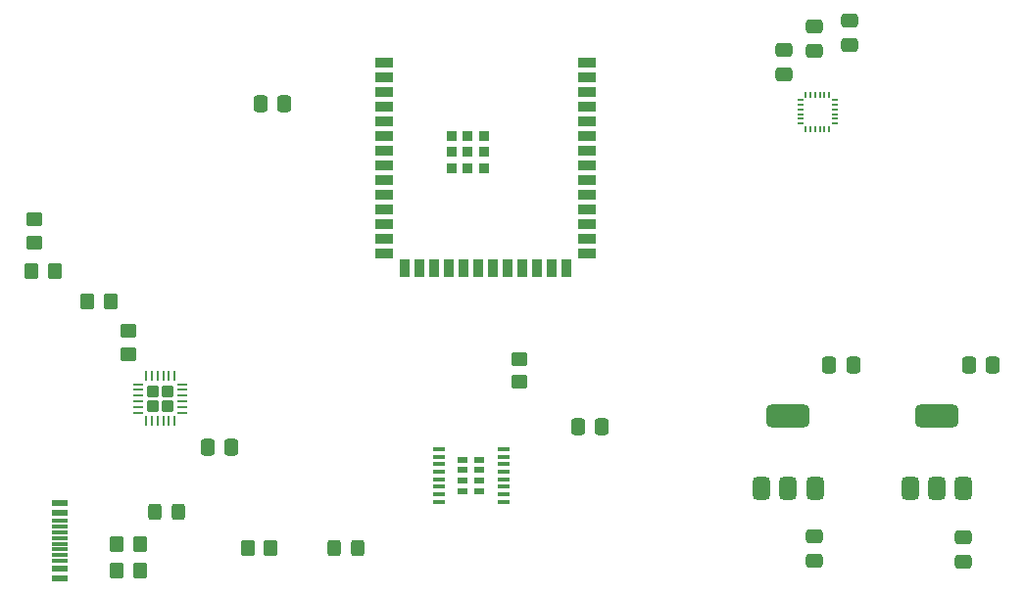
<source format=gbr>
%TF.GenerationSoftware,KiCad,Pcbnew,8.0.5*%
%TF.CreationDate,2024-10-22T09:55:14-05:00*%
%TF.ProjectId,golf_club_draft,676f6c66-5f63-46c7-9562-5f6472616674,rev?*%
%TF.SameCoordinates,Original*%
%TF.FileFunction,Paste,Top*%
%TF.FilePolarity,Positive*%
%FSLAX46Y46*%
G04 Gerber Fmt 4.6, Leading zero omitted, Abs format (unit mm)*
G04 Created by KiCad (PCBNEW 8.0.5) date 2024-10-22 09:55:14*
%MOMM*%
%LPD*%
G01*
G04 APERTURE LIST*
G04 Aperture macros list*
%AMRoundRect*
0 Rectangle with rounded corners*
0 $1 Rounding radius*
0 $2 $3 $4 $5 $6 $7 $8 $9 X,Y pos of 4 corners*
0 Add a 4 corners polygon primitive as box body*
4,1,4,$2,$3,$4,$5,$6,$7,$8,$9,$2,$3,0*
0 Add four circle primitives for the rounded corners*
1,1,$1+$1,$2,$3*
1,1,$1+$1,$4,$5*
1,1,$1+$1,$6,$7*
1,1,$1+$1,$8,$9*
0 Add four rect primitives between the rounded corners*
20,1,$1+$1,$2,$3,$4,$5,0*
20,1,$1+$1,$4,$5,$6,$7,0*
20,1,$1+$1,$6,$7,$8,$9,0*
20,1,$1+$1,$8,$9,$2,$3,0*%
G04 Aperture macros list end*
%ADD10RoundRect,0.250000X0.475000X-0.337500X0.475000X0.337500X-0.475000X0.337500X-0.475000X-0.337500X0*%
%ADD11RoundRect,0.250000X0.325000X0.450000X-0.325000X0.450000X-0.325000X-0.450000X0.325000X-0.450000X0*%
%ADD12RoundRect,0.250000X-0.350000X-0.450000X0.350000X-0.450000X0.350000X0.450000X-0.350000X0.450000X0*%
%ADD13RoundRect,0.250000X0.450000X-0.350000X0.450000X0.350000X-0.450000X0.350000X-0.450000X-0.350000X0*%
%ADD14RoundRect,0.250000X-0.475000X0.337500X-0.475000X-0.337500X0.475000X-0.337500X0.475000X0.337500X0*%
%ADD15RoundRect,0.250000X-0.337500X-0.475000X0.337500X-0.475000X0.337500X0.475000X-0.337500X0.475000X0*%
%ADD16RoundRect,0.250000X0.350000X0.450000X-0.350000X0.450000X-0.350000X-0.450000X0.350000X-0.450000X0*%
%ADD17R,1.050000X0.450000*%
%ADD18R,0.882000X0.537000*%
%ADD19RoundRect,0.375000X0.375000X-0.625000X0.375000X0.625000X-0.375000X0.625000X-0.375000X-0.625000X0*%
%ADD20RoundRect,0.500000X1.400000X-0.500000X1.400000X0.500000X-1.400000X0.500000X-1.400000X-0.500000X0*%
%ADD21RoundRect,0.250000X-0.450000X0.350000X-0.450000X-0.350000X0.450000X-0.350000X0.450000X0.350000X0*%
%ADD22R,0.900000X0.900000*%
%ADD23R,1.500000X0.900000*%
%ADD24R,0.900000X1.500000*%
%ADD25RoundRect,0.250000X-0.275000X-0.275000X0.275000X-0.275000X0.275000X0.275000X-0.275000X0.275000X0*%
%ADD26RoundRect,0.062500X-0.350000X-0.062500X0.350000X-0.062500X0.350000X0.062500X-0.350000X0.062500X0*%
%ADD27RoundRect,0.062500X-0.062500X-0.350000X0.062500X-0.350000X0.062500X0.350000X-0.062500X0.350000X0*%
%ADD28RoundRect,0.050000X0.225000X0.050000X-0.225000X0.050000X-0.225000X-0.050000X0.225000X-0.050000X0*%
%ADD29RoundRect,0.050000X-0.050000X0.225000X-0.050000X-0.225000X0.050000X-0.225000X0.050000X0.225000X0*%
%ADD30R,1.450000X0.600000*%
%ADD31R,1.450000X0.300000*%
G04 APERTURE END LIST*
D10*
%TO.C,C10*%
X191897000Y-49932500D03*
X191897000Y-47857500D03*
%TD*%
D11*
%TO.C,D2*%
X139582000Y-87757000D03*
X137532000Y-87757000D03*
%TD*%
D12*
%TO.C,R5*%
X134255000Y-92837000D03*
X136255000Y-92837000D03*
%TD*%
D11*
%TO.C,D1*%
X155076000Y-90932000D03*
X153026000Y-90932000D03*
%TD*%
D13*
%TO.C,R3*%
X169037000Y-76565000D03*
X169037000Y-74565000D03*
%TD*%
D14*
%TO.C,C9*%
X197612000Y-45296000D03*
X197612000Y-47371000D03*
%TD*%
D15*
%TO.C,C7*%
X146663500Y-52451000D03*
X148738500Y-52451000D03*
%TD*%
D14*
%TO.C,C1*%
X194564000Y-89916000D03*
X194564000Y-91991000D03*
%TD*%
D15*
%TO.C,C4*%
X207877500Y-75057000D03*
X209952500Y-75057000D03*
%TD*%
D16*
%TO.C,R7*%
X128873000Y-66929000D03*
X126873000Y-66929000D03*
%TD*%
D17*
%TO.C,BATTCHARGER1*%
X167648000Y-86911500D03*
X167648000Y-86261500D03*
X167648000Y-85611500D03*
X167648000Y-84961500D03*
X167648000Y-84311500D03*
X167648000Y-83661500D03*
X167648000Y-83011500D03*
X167648000Y-82361500D03*
X162098000Y-82361500D03*
X162098000Y-83011500D03*
X162098000Y-83661500D03*
X162098000Y-84311500D03*
X162098000Y-84961500D03*
X162098000Y-85611500D03*
X162098000Y-86261500D03*
X162098000Y-86911500D03*
D18*
X165608000Y-85979000D03*
X165608000Y-85084000D03*
X165608000Y-84189000D03*
X165608000Y-83294000D03*
X164138000Y-85979000D03*
X164138000Y-85084000D03*
X164138000Y-84189000D03*
X164138000Y-83294000D03*
%TD*%
D19*
%TO.C,3V3LR1*%
X189978000Y-85802000D03*
X192278000Y-85802000D03*
D20*
X192278000Y-79502000D03*
D19*
X194578000Y-85802000D03*
%TD*%
D21*
%TO.C,R6*%
X127127000Y-62500000D03*
X127127000Y-64500000D03*
%TD*%
D14*
%TO.C,C3*%
X207391000Y-90021500D03*
X207391000Y-92096500D03*
%TD*%
D19*
%TO.C,1V8LR1*%
X202805000Y-85802000D03*
X205105000Y-85802000D03*
D20*
X205105000Y-79502000D03*
D19*
X207405000Y-85802000D03*
%TD*%
D22*
%TO.C,U3*%
X163189000Y-55239000D03*
X163189000Y-56639000D03*
X163189000Y-58039000D03*
X164589000Y-55239000D03*
X164589000Y-56639000D03*
X164589000Y-58039000D03*
X165989000Y-55239000D03*
X165989000Y-56639000D03*
X165989000Y-58039000D03*
D23*
X157339000Y-48919000D03*
X157339000Y-50189000D03*
X157339000Y-51459000D03*
X157339000Y-52729000D03*
X157339000Y-53999000D03*
X157339000Y-55269000D03*
X157339000Y-56539000D03*
X157339000Y-57809000D03*
X157339000Y-59079000D03*
X157339000Y-60349000D03*
X157339000Y-61619000D03*
X157339000Y-62889000D03*
X157339000Y-64159000D03*
X157339000Y-65429000D03*
D24*
X159104000Y-66679000D03*
X160374000Y-66679000D03*
X161644000Y-66679000D03*
X162914000Y-66679000D03*
X164184000Y-66679000D03*
X165454000Y-66679000D03*
X166724000Y-66679000D03*
X167994000Y-66679000D03*
X169264000Y-66679000D03*
X170534000Y-66679000D03*
X171804000Y-66679000D03*
X173074000Y-66679000D03*
D23*
X174839000Y-65429000D03*
X174839000Y-64159000D03*
X174839000Y-62889000D03*
X174839000Y-61619000D03*
X174839000Y-60349000D03*
X174839000Y-59079000D03*
X174839000Y-57809000D03*
X174839000Y-56539000D03*
X174839000Y-55269000D03*
X174839000Y-53999000D03*
X174839000Y-52729000D03*
X174839000Y-51459000D03*
X174839000Y-50189000D03*
X174839000Y-48919000D03*
%TD*%
D12*
%TO.C,R1*%
X145558000Y-90932000D03*
X147558000Y-90932000D03*
%TD*%
%TO.C,R4*%
X134255000Y-90551000D03*
X136255000Y-90551000D03*
%TD*%
D16*
%TO.C,R8*%
X133715000Y-69596000D03*
X131715000Y-69596000D03*
%TD*%
D13*
%TO.C,R9*%
X135255000Y-74152000D03*
X135255000Y-72152000D03*
%TD*%
D25*
%TO.C,U2*%
X137366500Y-77348000D03*
X137366500Y-78648000D03*
X138666500Y-77348000D03*
X138666500Y-78648000D03*
D26*
X136079000Y-76748000D03*
X136079000Y-77248000D03*
X136079000Y-77748000D03*
X136079000Y-78248000D03*
X136079000Y-78748000D03*
X136079000Y-79248000D03*
D27*
X136766500Y-79935500D03*
X137266500Y-79935500D03*
X137766500Y-79935500D03*
X138266500Y-79935500D03*
X138766500Y-79935500D03*
X139266500Y-79935500D03*
D26*
X139954000Y-79248000D03*
X139954000Y-78748000D03*
X139954000Y-78248000D03*
X139954000Y-77748000D03*
X139954000Y-77248000D03*
X139954000Y-76748000D03*
D27*
X139266500Y-76060500D03*
X138766500Y-76060500D03*
X138266500Y-76060500D03*
X137766500Y-76060500D03*
X137266500Y-76060500D03*
X136766500Y-76060500D03*
%TD*%
D15*
%TO.C,C2*%
X195812500Y-75057000D03*
X197887500Y-75057000D03*
%TD*%
D28*
%TO.C,U1*%
X196302000Y-54189000D03*
X196302000Y-53789000D03*
X196302000Y-53389000D03*
X196302000Y-52989000D03*
X196302000Y-52589000D03*
X196302000Y-52189000D03*
D29*
X195802000Y-51689000D03*
X195402000Y-51689000D03*
X195002000Y-51689000D03*
X194602000Y-51689000D03*
X194202000Y-51689000D03*
X193802000Y-51689000D03*
D28*
X193302000Y-52189000D03*
X193302000Y-52589000D03*
X193302000Y-52989000D03*
X193302000Y-53389000D03*
X193302000Y-53789000D03*
X193302000Y-54189000D03*
D29*
X193802000Y-54689000D03*
X194202000Y-54689000D03*
X194602000Y-54689000D03*
X195002000Y-54689000D03*
X195402000Y-54689000D03*
X195802000Y-54689000D03*
%TD*%
D15*
%TO.C,C6*%
X142091500Y-82169000D03*
X144166500Y-82169000D03*
%TD*%
D10*
%TO.C,C11*%
X194564000Y-47900500D03*
X194564000Y-45825500D03*
%TD*%
D15*
%TO.C,C5*%
X174095500Y-80391000D03*
X176170500Y-80391000D03*
%TD*%
D30*
%TO.C,J1*%
X129312000Y-87045000D03*
X129312000Y-87845000D03*
D31*
X129312000Y-89045000D03*
X129312000Y-90045000D03*
X129312000Y-90545000D03*
X129312000Y-91545000D03*
D30*
X129312000Y-92745000D03*
X129312000Y-93545000D03*
X129312000Y-93545000D03*
X129312000Y-92745000D03*
D31*
X129312000Y-92045000D03*
X129312000Y-91045000D03*
X129312000Y-89545000D03*
X129312000Y-88545000D03*
D30*
X129312000Y-87845000D03*
X129312000Y-87045000D03*
%TD*%
M02*

</source>
